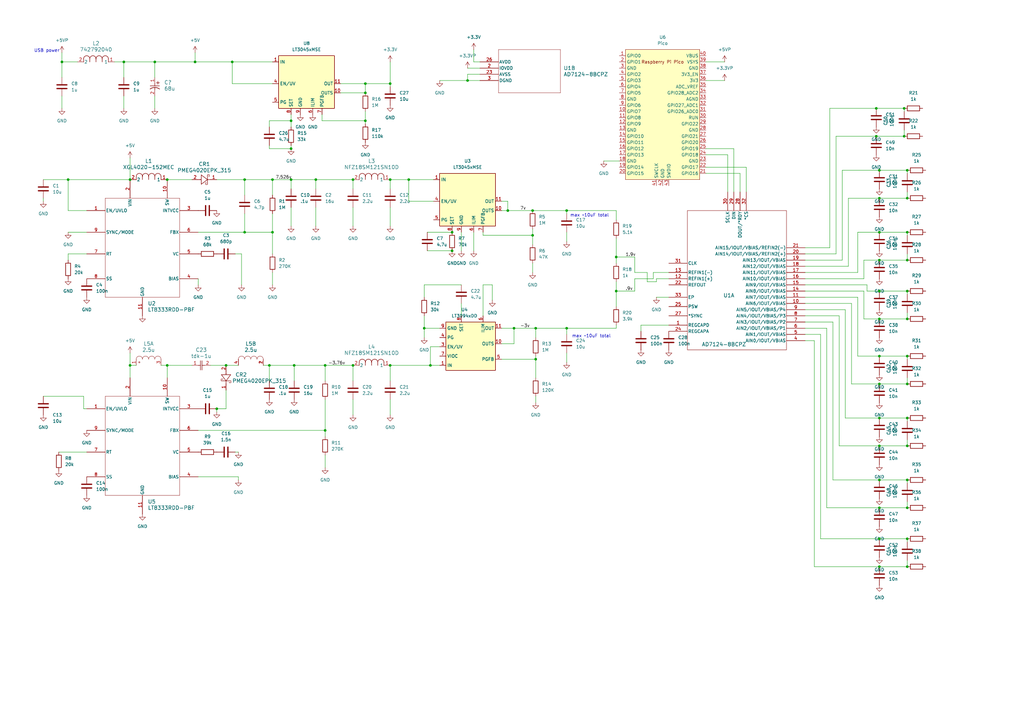
<source format=kicad_sch>
(kicad_sch (version 20231120) (generator "eeschema") (generator_version "8.0")
  (paper "A3")
  (junction (at 252.73 119.38))
  (junction (at 111.76 73.66))
  (junction (at 372.11 81.28))
  (junction (at 173.99 134.62))
  (junction (at 129.54 73.66))
  (junction (at 372.11 69.85))
  (junction (at 53.34 73.66))
  (junction (at 372.11 232.41))
  (junction (at 68.58 73.66))
  (junction (at 218.44 86.36))
  (junction (at 50.8 25.4))
  (junction (at 160.02 34.29))
  (junction (at 133.35 176.53))
  (junction (at 119.38 60.96))
  (junction (at 63.5 25.4))
  (junction (at 360.68 130.81))
  (junction (at 219.71 147.32))
  (junction (at 372.11 106.68))
  (junction (at 176.53 149.86))
  (junction (at 372.11 220.98))
  (junction (at 370.84 55.88))
  (junction (at 218.44 96.52))
  (junction (at 185.42 95.25))
  (junction (at 232.41 86.36))
  (junction (at 370.84 44.45))
  (junction (at 27.94 73.66))
  (junction (at 232.41 134.62))
  (junction (at 359.41 55.88))
  (junction (at 144.78 149.86))
  (junction (at 68.58 149.86))
  (junction (at 372.11 171.45))
  (junction (at 100.33 95.25))
  (junction (at 372.11 157.48))
  (junction (at 372.11 196.85))
  (junction (at 100.33 73.66))
  (junction (at 149.86 34.29))
  (junction (at 252.73 105.41))
  (junction (at 95.25 25.4))
  (junction (at 80.01 25.4))
  (junction (at 360.68 119.38))
  (junction (at 372.11 119.38))
  (junction (at 119.38 73.66))
  (junction (at 149.86 38.1))
  (junction (at 119.38 49.53))
  (junction (at 111.76 95.25))
  (junction (at 149.86 49.53))
  (junction (at 360.68 182.88))
  (junction (at 208.28 86.36))
  (junction (at 360.68 146.05))
  (junction (at 167.64 73.66))
  (junction (at 160.02 73.66))
  (junction (at 372.11 146.05))
  (junction (at 92.71 149.86))
  (junction (at 210.82 134.62))
  (junction (at 360.68 95.25))
  (junction (at 360.68 69.85))
  (junction (at 133.35 149.86))
  (junction (at 372.11 182.88))
  (junction (at 360.68 196.85))
  (junction (at 359.41 44.45))
  (junction (at 185.42 102.87))
  (junction (at 360.68 171.45))
  (junction (at 360.68 106.68))
  (junction (at 191.77 33.02))
  (junction (at 360.68 157.48))
  (junction (at 360.68 232.41))
  (junction (at 144.78 73.66))
  (junction (at 53.34 149.86))
  (junction (at 372.11 130.81))
  (junction (at 360.68 208.28))
  (junction (at 88.9 167.64))
  (junction (at 360.68 81.28))
  (junction (at 120.65 149.86))
  (junction (at 110.49 149.86))
  (junction (at 372.11 208.28))
  (junction (at 372.11 95.25))
  (junction (at 160.02 149.86))
  (junction (at 25.4 25.4))
  (junction (at 360.68 220.98))
  (junction (at 219.71 134.62))
  (wire (pts (xy 53.34 149.86) (xy 53.34 154.94)))
  (wire (pts (xy 119.38 59.69) (xy 119.38 60.96)))
  (wire (pts (xy 372.11 172.72) (xy 372.11 171.45)))
  (wire (pts (xy 218.44 96.52) (xy 218.44 100.33)))
  (wire (pts (xy 269.24 115.57) (xy 269.24 114.3)))
  (wire (pts (xy 120.65 149.86) (xy 120.65 156.21)))
  (wire (pts (xy 198.12 129.54) (xy 198.12 116.84)))
  (wire (pts (xy 100.33 73.66) (xy 111.76 73.66)))
  (wire (pts (xy 351.79 146.05) (xy 351.79 121.92)))
  (wire (pts (xy 355.6 119.38) (xy 355.6 116.84)))
  (wire (pts (xy 360.68 157.48) (xy 372.11 157.48)))
  (wire (pts (xy 50.8 25.4) (xy 63.5 25.4)))
  (wire (pts (xy 260.35 111.76) (xy 260.35 105.41)))
  (wire (pts (xy 340.36 44.45) (xy 340.36 101.6)))
  (wire (pts (xy 198.12 95.25) (xy 198.12 96.52)))
  (wire (pts (xy 354.33 114.3) (xy 330.2 114.3)))
  (wire (pts (xy 205.74 86.36) (xy 208.28 86.36)))
  (wire (pts (xy 330.2 116.84) (xy 355.6 116.84)))
  (wire (pts (xy 99.06 104.14) (xy 99.06 116.84)))
  (wire (pts (xy 360.68 106.68) (xy 372.11 106.68)))
  (wire (pts (xy 334.01 232.41) (xy 360.68 232.41)))
  (wire (pts (xy 330.2 132.08) (xy 341.63 132.08)))
  (wire (pts (xy 334.01 139.7) (xy 334.01 232.41)))
  (wire (pts (xy 46.99 25.4) (xy 50.8 25.4)))
  (wire (pts (xy 354.33 119.38) (xy 330.2 119.38)))
  (wire (pts (xy 330.2 121.92) (xy 351.79 121.92)))
  (wire (pts (xy 111.76 95.25) (xy 111.76 104.14)))
  (wire (pts (xy 160.02 149.86) (xy 176.53 149.86)))
  (wire (pts (xy 218.44 107.95) (xy 218.44 111.76)))
  (wire (pts (xy 133.35 176.53) (xy 133.35 179.07)))
  (wire (pts (xy 218.44 96.52) (xy 198.12 96.52)))
  (wire (pts (xy 260.35 105.41) (xy 252.73 105.41)))
  (wire (pts (xy 68.58 73.66) (xy 78.74 73.66)))
  (wire (pts (xy 24.13 185.42) (xy 35.56 185.42)))
  (wire (pts (xy 205.74 82.55) (xy 208.28 82.55)))
  (wire (pts (xy 359.41 55.88) (xy 370.84 55.88)))
  (wire (pts (xy 175.26 95.25) (xy 185.42 95.25)))
  (wire (pts (xy 97.79 195.58) (xy 97.79 196.85)))
  (wire (pts (xy 173.99 116.84) (xy 173.99 121.92)))
  (wire (pts (xy 177.8 82.55) (xy 167.64 82.55)))
  (wire (pts (xy 149.86 49.53) (xy 149.86 50.8)))
  (wire (pts (xy 262.89 133.35) (xy 274.32 133.35)))
  (wire (pts (xy 351.79 95.25) (xy 351.79 111.76)))
  (wire (pts (xy 180.34 142.24) (xy 176.53 142.24)))
  (wire (pts (xy 330.2 137.16) (xy 336.55 137.16)))
  (wire (pts (xy 96.52 185.42) (xy 97.79 185.42)))
  (wire (pts (xy 330.2 127) (xy 346.71 127)))
  (wire (pts (xy 111.76 73.66) (xy 111.76 80.01)))
  (wire (pts (xy 372.11 198.12) (xy 372.11 196.85)))
  (wire (pts (xy 25.4 21.59) (xy 25.4 25.4)))
  (wire (pts (xy 144.78 85.09) (xy 144.78 92.71)))
  (wire (pts (xy 330.2 111.76) (xy 351.79 111.76)))
  (wire (pts (xy 111.76 34.29) (xy 95.25 34.29)))
  (wire (pts (xy 354.33 130.81) (xy 354.33 119.38)))
  (wire (pts (xy 372.11 205.74) (xy 372.11 208.28)))
  (wire (pts (xy 372.11 96.52) (xy 372.11 95.25)))
  (wire (pts (xy 205.74 134.62) (xy 210.82 134.62)))
  (wire (pts (xy 360.68 146.05) (xy 372.11 146.05)))
  (wire (pts (xy 88.9 167.64) (xy 88.9 168.91)))
  (wire (pts (xy 345.44 106.68) (xy 330.2 106.68)))
  (wire (pts (xy 175.26 102.87) (xy 185.42 102.87)))
  (wire (pts (xy 370.84 53.34) (xy 370.84 55.88)))
  (wire (pts (xy 360.68 171.45) (xy 372.11 171.45)))
  (wire (pts (xy 160.02 73.66) (xy 167.64 73.66)))
  (wire (pts (xy 232.41 86.36) (xy 252.73 86.36)))
  (wire (pts (xy 372.11 180.34) (xy 372.11 182.88)))
  (wire (pts (xy 111.76 116.84) (xy 111.76 111.76)))
  (wire (pts (xy 53.34 144.78) (xy 53.34 149.86)))
  (wire (pts (xy 252.73 115.57) (xy 252.73 119.38)))
  (wire (pts (xy 119.38 49.53) (xy 119.38 52.07)))
  (wire (pts (xy 119.38 60.96) (xy 110.49 60.96)))
  (wire (pts (xy 119.38 85.09) (xy 119.38 92.71)))
  (wire (pts (xy 289.56 25.4) (xy 297.18 25.4)))
  (wire (pts (xy 289.56 68.58) (xy 306.07 68.58)))
  (wire (pts (xy 330.2 134.62) (xy 339.09 134.62)))
  (wire (pts (xy 360.68 119.38) (xy 372.11 119.38)))
  (wire (pts (xy 252.73 97.79) (xy 252.73 105.41)))
  (wire (pts (xy 100.33 95.25) (xy 111.76 95.25)))
  (wire (pts (xy 132.08 49.53) (xy 149.86 49.53)))
  (wire (pts (xy 17.78 81.28) (xy 17.78 82.55)))
  (wire (pts (xy 219.71 162.56) (xy 219.71 165.1)))
  (wire (pts (xy 359.41 44.45) (xy 370.84 44.45)))
  (wire (pts (xy 120.65 149.86) (xy 133.35 149.86)))
  (wire (pts (xy 339.09 208.28) (xy 339.09 134.62)))
  (wire (pts (xy 63.5 25.4) (xy 80.01 25.4)))
  (wire (pts (xy 119.38 73.66) (xy 129.54 73.66)))
  (wire (pts (xy 349.25 157.48) (xy 360.68 157.48)))
  (wire (pts (xy 198.12 116.84) (xy 201.93 116.84)))
  (wire (pts (xy 344.17 182.88) (xy 360.68 182.88)))
  (wire (pts (xy 160.02 163.83) (xy 160.02 170.18)))
  (wire (pts (xy 160.02 85.09) (xy 160.02 92.71)))
  (wire (pts (xy 139.7 34.29) (xy 149.86 34.29)))
  (wire (pts (xy 340.36 101.6) (xy 330.2 101.6)))
  (wire (pts (xy 345.44 69.85) (xy 345.44 106.68)))
  (wire (pts (xy 191.77 33.02) (xy 196.85 33.02)))
  (wire (pts (xy 208.28 86.36) (xy 218.44 86.36)))
  (wire (pts (xy 149.86 34.29) (xy 149.86 38.1)))
  (wire (pts (xy 34.29 167.64) (xy 35.56 167.64)))
  (wire (pts (xy 372.11 147.32) (xy 372.11 146.05)))
  (wire (pts (xy 360.68 69.85) (xy 372.11 69.85)))
  (wire (pts (xy 303.53 71.12) (xy 303.53 78.74)))
  (wire (pts (xy 360.68 220.98) (xy 372.11 220.98)))
  (wire (pts (xy 110.49 49.53) (xy 110.49 52.07)))
  (wire (pts (xy 160.02 149.86) (xy 160.02 156.21)))
  (wire (pts (xy 205.74 147.32) (xy 219.71 147.32)))
  (wire (pts (xy 68.58 149.86) (xy 68.58 154.94)))
  (wire (pts (xy 92.71 149.86) (xy 86.36 149.86)))
  (wire (pts (xy 139.7 38.1) (xy 149.86 38.1)))
  (wire (pts (xy 260.35 119.38) (xy 260.35 114.3)))
  (wire (pts (xy 173.99 134.62) (xy 173.99 138.43)))
  (wire (pts (xy 25.4 25.4) (xy 31.75 25.4)))
  (wire (pts (xy 298.45 63.5) (xy 298.45 78.74)))
  (wire (pts (xy 351.79 146.05) (xy 360.68 146.05)))
  (wire (pts (xy 289.56 63.5) (xy 298.45 63.5)))
  (wire (pts (xy 267.97 114.3) (xy 267.97 111.76)))
  (wire (pts (xy 247.65 66.04) (xy 254 66.04)))
  (wire (pts (xy 110.49 149.86) (xy 120.65 149.86)))
  (wire (pts (xy 354.33 106.68) (xy 354.33 114.3)))
  (wire (pts (xy 341.63 196.85) (xy 360.68 196.85)))
  (wire (pts (xy 252.73 105.41) (xy 252.73 107.95)))
  (wire (pts (xy 180.34 33.02) (xy 191.77 33.02)))
  (wire (pts (xy 347.98 81.28) (xy 360.68 81.28)))
  (wire (pts (xy 210.82 140.97) (xy 210.82 134.62)))
  (wire (pts (xy 129.54 73.66) (xy 129.54 77.47)))
  (wire (pts (xy 132.08 46.99) (xy 132.08 49.53)))
  (wire (pts (xy 111.76 87.63) (xy 111.76 95.25)))
  (wire (pts (xy 176.53 149.86) (xy 180.34 149.86)))
  (wire (pts (xy 81.28 176.53) (xy 133.35 176.53)))
  (wire (pts (xy 149.86 45.72) (xy 149.86 49.53)))
  (wire (pts (xy 194.31 20.32) (xy 194.31 25.4)))
  (wire (pts (xy 160.02 34.29) (xy 149.86 34.29)))
  (wire (pts (xy 289.56 71.12) (xy 303.53 71.12)))
  (wire (pts (xy 265.43 115.57) (xy 269.24 115.57)))
  (wire (pts (xy 80.01 21.59) (xy 80.01 25.4)))
  (wire (pts (xy 110.49 156.21) (xy 110.49 149.86)))
  (wire (pts (xy 300.99 60.96) (xy 300.99 78.74)))
  (wire (pts (xy 330.2 139.7) (xy 334.01 139.7)))
  (wire (pts (xy 160.02 73.66) (xy 160.02 77.47)))
  (wire (pts (xy 53.34 149.86) (xy 55.88 149.86)))
  (wire (pts (xy 81.28 195.58) (xy 97.79 195.58)))
  (wire (pts (xy 27.94 95.25) (xy 35.56 95.25)))
  (wire (pts (xy 167.64 73.66) (xy 177.8 73.66)))
  (wire (pts (xy 27.94 106.68) (xy 27.94 104.14)))
  (wire (pts (xy 345.44 69.85) (xy 360.68 69.85)))
  (wire (pts (xy 232.41 134.62) (xy 232.41 137.16)))
  (wire (pts (xy 372.11 71.12) (xy 372.11 69.85)))
  (wire (pts (xy 252.73 133.35) (xy 252.73 134.62)))
  (wire (pts (xy 95.25 25.4) (xy 111.76 25.4)))
  (wire (pts (xy 306.07 68.58) (xy 306.07 78.74)))
  (wire (pts (xy 80.01 25.4) (xy 95.25 25.4)))
  (wire (pts (xy 100.33 87.63) (xy 100.33 95.25)))
  (wire (pts (xy 260.35 114.3) (xy 267.97 114.3)))
  (wire (pts (xy 252.73 119.38) (xy 252.73 125.73)))
  (wire (pts (xy 232.41 87.63) (xy 232.41 86.36)))
  (wire (pts (xy 252.73 134.62) (xy 232.41 134.62)))
  (wire (pts (xy 144.78 149.86) (xy 144.78 156.21)))
  (wire (pts (xy 88.9 73.66) (xy 100.33 73.66)))
  (wire (pts (xy 160.02 35.56) (xy 160.02 34.29)))
  (wire (pts (xy 27.94 86.36) (xy 27.94 73.66)))
  (wire (pts (xy 346.71 171.45) (xy 346.71 127)))
  (wire (pts (xy 232.41 99.06) (xy 232.41 95.25)))
  (wire (pts (xy 372.11 229.87) (xy 372.11 232.41)))
  (wire (pts (xy 119.38 46.99) (xy 119.38 49.53)))
  (wire (pts (xy 360.68 95.25) (xy 372.11 95.25)))
  (wire (pts (xy 252.73 90.17) (xy 252.73 86.36)))
  (wire (pts (xy 340.36 44.45) (xy 359.41 44.45)))
  (wire (pts (xy 267.97 111.76) (xy 274.32 111.76)))
  (wire (pts (xy 63.5 31.75) (xy 63.5 25.4)))
  (wire (pts (xy 191.77 30.48) (xy 191.77 33.02)))
  (wire (pts (xy 92.71 149.86) (xy 97.79 149.86)))
  (wire (pts (xy 219.71 146.05) (xy 219.71 147.32)))
  (wire (pts (xy 354.33 106.68) (xy 360.68 106.68)))
  (wire (pts (xy 133.35 163.83) (xy 133.35 176.53)))
  (wire (pts (xy 347.98 81.28) (xy 347.98 109.22)))
  (wire (pts (xy 372.11 128.27) (xy 372.11 130.81)))
  (wire (pts (xy 133.35 149.86) (xy 144.78 149.86)))
  (wire (pts (xy 219.71 134.62) (xy 219.71 138.43)))
  (wire (pts (xy 176.53 142.24) (xy 176.53 149.86)))
  (wire (pts (xy 372.11 120.65) (xy 372.11 119.38)))
  (wire (pts (xy 189.23 95.25) (xy 189.23 102.87)))
  (wire (pts (xy 53.34 64.77) (xy 53.34 73.66)))
  (wire (pts (xy 173.99 129.54) (xy 173.99 134.62)))
  (wire (pts (xy 370.84 45.72) (xy 370.84 44.45)))
  (wire (pts (xy 232.41 134.62) (xy 219.71 134.62)))
  (wire (pts (xy 35.56 86.36) (xy 27.94 86.36)))
  (wire (pts (xy 95.25 34.29) (xy 95.25 25.4)))
  (wire (pts (xy 219.71 147.32) (xy 219.71 154.94)))
  (wire (pts (xy 180.34 134.62) (xy 173.99 134.62)))
  (wire (pts (xy 372.11 222.25) (xy 372.11 220.98)))
  (wire (pts (xy 342.9 104.14) (xy 330.2 104.14)))
  (wire (pts (xy 160.02 25.4) (xy 160.02 34.29)))
  (wire (pts (xy 218.44 93.98) (xy 218.44 96.52)))
  (wire (pts (xy 360.68 196.85) (xy 372.11 196.85)))
  (wire (pts (xy 372.11 104.14) (xy 372.11 106.68)))
  (wire (pts (xy 167.64 82.55) (xy 167.64 73.66)))
  (wire (pts (xy 92.71 160.02) (xy 92.71 167.64)))
  (wire (pts (xy 372.11 78.74) (xy 372.11 81.28)))
  (wire (pts (xy 355.6 119.38) (xy 360.68 119.38)))
  (wire (pts (xy 107.95 149.86) (xy 110.49 149.86)))
  (wire (pts (xy 269.24 121.92) (xy 274.32 121.92)))
  (wire (pts (xy 205.74 140.97) (xy 210.82 140.97)))
  (wire (pts (xy 349.25 157.48) (xy 349.25 124.46)))
  (wire (pts (xy 344.17 182.88) (xy 344.17 129.54)))
  (wire (pts (xy 92.71 167.64) (xy 88.9 167.64)))
  (wire (pts (xy 17.78 73.66) (xy 27.94 73.66)))
  (wire (pts (xy 25.4 39.37) (xy 25.4 44.45)))
  (wire (pts (xy 265.43 111.76) (xy 265.43 115.57)))
  (wire (pts (xy 330.2 124.46) (xy 349.25 124.46)))
  (wire (pts (xy 336.55 220.98) (xy 360.68 220.98)))
  (wire (pts (xy 78.74 149.86) (xy 68.58 149.86)))
  (wire (pts (xy 347.98 109.22) (xy 330.2 109.22)))
  (wire (pts (xy 341.63 196.85) (xy 341.63 132.08)))
  (wire (pts (xy 208.28 86.36) (xy 208.28 82.55)))
  (wire (pts (xy 196.85 30.48) (xy 191.77 30.48)))
  (wire (pts (xy 336.55 220.98) (xy 336.55 137.16)))
  (wire (pts (xy 50.8 25.4) (xy 50.8 31.75)))
  (wire (pts (xy 289.56 33.02) (xy 297.18 33.02)))
  (wire (pts (xy 232.41 148.59) (xy 232.41 144.78)))
  (wire (pts (xy 100.33 73.66) (xy 100.33 80.01)))
  (wire (pts (xy 360.68 232.41) (xy 372.11 232.41)))
  (wire (pts (xy 354.33 130.81) (xy 360.68 130.81)))
  (wire (pts (xy 342.9 55.88) (xy 342.9 104.14)))
  (wire (pts (xy 119.38 73.66) (xy 119.38 77.47)))
  (wire (pts (xy 194.31 95.25) (xy 194.31 102.87)))
  (wire (pts (xy 27.94 73.66) (xy 53.34 73.66)))
  (wire (pts (xy 173.99 116.84) (xy 189.23 116.84)))
  (wire (pts (xy 339.09 208.28) (xy 360.68 208.28)))
  (wire (pts (xy 63.5 39.37) (xy 63.5 44.45)))
  (wire (pts (xy 196.85 27.94) (xy 191.77 27.94)))
  (wire (pts (xy 360.68 81.28) (xy 372.11 81.28)))
  (wire (pts (xy 34.29 167.64) (xy 34.29 162.56)))
  (wire (pts (xy 81.28 116.84) (xy 81.28 114.3)))
  (wire (pts (xy 260.35 111.76) (xy 265.43 111.76)))
  (wire (pts (xy 372.11 154.94) (xy 372.11 157.48)))
  (wire (pts (xy 194.31 25.4) (xy 196.85 25.4)))
  (wire (pts (xy 346.71 171.45) (xy 360.68 171.45)))
  (wire (pts (xy 360.68 182.88) (xy 372.11 182.88)))
  (wire (pts (xy 360.68 208.28) (xy 372.11 208.28)))
  (wire (pts (xy 252.73 119.38) (xy 260.35 119.38)))
  (wire (pts (xy 25.4 31.75) (xy 25.4 25.4)))
  (wire (pts (xy 330.2 129.54) (xy 344.17 129.54)))
  (wire (pts (xy 129.54 85.09) (xy 129.54 92.71)))
  (wire (pts (xy 81.28 95.25) (xy 100.33 95.25)))
  (wire (pts (xy 210.82 134.62) (xy 219.71 134.62)))
  (wire (pts (xy 34.29 162.56) (xy 17.78 162.56)))
  (wire (pts (xy 201.93 116.84) (xy 201.93 123.19)))
  (wire (pts (xy 133.35 186.69) (xy 133.35 191.77)))
  (wire (pts (xy 342.9 55.88) (xy 359.41 55.88)))
  (wire (pts (xy 27.94 104.14) (xy 35.56 104.14)))
  (wire (pts (xy 189.23 124.46) (xy 189.23 129.54)))
  (wire (pts (xy 50.8 39.37) (xy 50.8 44.45)))
  (wire (pts (xy 232.41 86.36) (xy 218.44 86.36)))
  (wire (pts (xy 99.06 104.14) (xy 96.52 104.14)))
  (wire (pts (xy 111.76 73.66) (xy 119.38 73.66)))
  (wire (pts (xy 144.78 163.83) (xy 144.78 170.18)))
  (wire (pts (xy 262.89 133.35) (xy 262.89 135.89)))
  (wire (pts (xy 133.35 149.86) (xy 133.35 156.21)))
  (wire (pts (xy 269.24 114.3) (xy 274.32 114.3)))
  (wire (pts (xy 110.49 59.69) (xy 110.49 60.96)))
  (wire (pts (xy 110.49 49.53) (xy 119.38 49.53)))
  (wire (pts (xy 360.68 130.81) (xy 372.11 130.81)))
  (wire (pts (xy 129.54 73.66) (xy 144.78 73.66)))
  (wire (pts (xy 289.56 60.96) (xy 300.99 60.96)))
  (wire (pts (xy 66.04 149.86) (xy 68.58 149.86)))
  (wire (pts (xy 351.79 95.25) (xy 360.68 95.25)))
  (wire (pts (xy 144.78 73.66) (xy 144.78 77.47)))
  (text "max ~10uF total" (at 241.808 88.392 0) (effects (font (size 1.27 1.27))))
  (text "USB power" (at 13.97 21.59 0) (effects (font (size 1.27 1.27)) (justify left bottom)))
  (text "max ~10uF total" (at 242.57 137.922 0) (effects (font (size 1.27 1.27))))
  (label "-3.76v" (at 134.62 149.86 0))
  (label ".9v" (at 256.54 119.38 0))
  (label "1.9v" (at 256.54 105.41 0))
  (label "7v" (at 213.36 86.36 0))
  (label "-3v" (at 213.36 134.62 0))
  (label "7.526v" (at 113.03 73.66 0))
  (symbol (lib_id "Device:C") (at 360.68 161.29 180) (unit 1)
    (property "Reference" "C41" (at 364.49 160.0199 0) (effects (justify right)))
    (property "Value" "10n" (at 364.49 162.5599 0) (effects (justify right)))
    (property "Description" "Unpolarized capacitor" (effects (hide yes)))
  )
  (symbol (lib_id "Device:C") (at 360.68 236.22 180) (unit 1)
    (property "Reference" "C53" (at 364.49 234.9499 0) (effects (justify right)))
    (property "Value" "10n" (at 364.49 237.4899 0) (effects (justify right)))
    (property "Description" "Unpolarized capacitor" (effects (hide yes)))
  )
  (symbol (lib_name "AD7124-8BCPZ_1") (lib_id "ad7124:AD7124-8BCPZ") (at 330.2 137.16 180) (unit 1)
    (property "Reference" "U1" (at 298.958 121.158 0) (effects (font (size 1.524 1.524))))
    (property "Value" "AD7124-8BCPZ" (at 296.926 141.224 0) (effects (font (size 1.524 1.524))))
    (property "Footprint" "CP_32_12_ADI" (effects (hide yes)))
    (property "Datasheet" "AD7124-8BCPZ" (effects (hide yes)))
    (property "Description" "AD7124" (effects (hide yes)))
  )
  (symbol (lib_name "GND_10") (lib_id "power:GND") (at 360.68 228.6 0) (unit 1)
    (property "Reference" "#PWR071" (effects (hide yes)))
    (property "Value" "GND" (at 360.68 233.68 0))
    (property "Description" "Power symbol creates a global label with name \"GND\" , ground" (effects (hide yes)))
  )
  (symbol (lib_name "GND_10") (lib_id "power:GND") (at 360.68 165.1 0) (unit 1)
    (property "Reference" "#PWR066" (effects (hide yes)))
    (property "Value" "GND" (at 360.68 170.18 0))
    (property "Description" "Power symbol creates a global label with name \"GND\" , ground" (effects (hide yes)))
  )
  (symbol (lib_id "power:GND") (at 35.56 203.2 0) (unit 1)
    (property "Reference" "#PWR027" (effects (hide yes)))
    (property "Value" "GND" (at 35.56 208.28 0))
  )
  (symbol (lib_id "Device:R") (at 252.73 93.98 0) (unit 1)
    (property "Reference" "R19" (at 255.27 92.7099 0) (effects (justify left)))
    (property "Value" "5.1k" (at 255.27 95.2499 0) (effects (justify left)))
    (property "Description" "Resistor" (effects (hide yes)))
  )
  (symbol (lib_id "Device:R") (at 218.44 104.14 0) (unit 1)
    (property "Reference" "R6" (at 220.98 102.87 0) (effects (justify left)))
    (property "Value" "47K" (at 220.98 105.41 0) (effects (justify left)))
  )
  (symbol (lib_id "Device:C") (at 359.41 59.69 180) (unit 1)
    (property "Reference" "C49" (at 363.22 58.4199 0) (effects (justify right)))
    (property "Value" "10n" (at 363.22 60.9599 0) (effects (justify right)))
    (property "Description" "Unpolarized capacitor" (effects (hide yes)))
  )
  (symbol (lib_id "Device:R") (at 374.65 44.45 90) (unit 1)
    (property "Reference" "R21" (at 374.65 38.1 90))
    (property "Value" "1k" (at 374.65 40.64 90))
    (property "Description" "Resistor" (effects (hide yes)))
  )
  (symbol (lib_id "Device:Crystal") (at 511.81 229.87 0) (unit 1)
    (property "Reference" "Y1" (at 511.81 222.25 0))
    (property "Value" "Crystal" (at 511.81 224.79 0))
  )
  (symbol (lib_id "Device:C") (at 144.78 81.28 0) (unit 1)
    (property "Reference" "C11" (at 148.59 80.01 0) (effects (justify left)))
    (property "Value" "2.2u" (at 148.59 82.55 0) (effects (justify left)))
  )
  (symbol (lib_name "GND_5") (lib_id "power:GND") (at 123.19 46.99 0) (unit 1)
    (property "Reference" "#PWR046" (effects (hide yes)))
    (property "Value" "GND" (at 123.19 52.07 0))
    (property "Description" "Power symbol creates a global label with name \"GND\" , ground" (effects (hide yes)))
  )
  (symbol (lib_id "Device:R") (at 375.92 208.28 90) (unit 1)
    (property "Reference" "R36" (at 375.92 201.93 90))
    (property "Value" "1k" (at 375.92 204.47 90))
    (property "Description" "Resistor" (effects (hide yes)))
  )
  (symbol (lib_id "Device:R") (at 375.92 81.28 90) (unit 1)
    (property "Reference" "R26" (at 375.92 74.93 90))
    (property "Value" "1k" (at 375.92 77.47 90))
    (property "Description" "Resistor" (effects (hide yes)))
  )
  (symbol (lib_id "MurataNFZ18SM121SN10D:NFZ18SM121SN10D") (at 144.78 73.66 0) (unit 1)
    (property "Reference" "L3" (at 152.4 66.04 0) (effects (font (size 1.524 1.524))))
    (property "Value" "NFZ18SM121SN10D" (at 152.4 68.58 0) (effects (font (size 1.524 1.524))))
    (property "Footprint" "IND_NFZ18SM121SN10D_MUR" (effects (hide yes)))
    (property "Datasheet" "NFZ18SM121SN10D" (effects (hide yes)))
  )
  (symbol (lib_id "Regulator3045:LT3045xMSE") (at 127 27.94 0) (unit 1)
    (property "Reference" "U8" (at 125.73 17.78 0))
    (property "Value" "LT3045xMSE" (at 125.73 20.32 0))
    (property "Footprint" "Package_SO:MSOP-12-1EP_3x4mm_P0.65mm_EP1.65x2.85mm" (effects (hide yes)))
    (property "Datasheet" "https://www.analog.com/media/en/technical-documentation/data-sheets/3045fa.pdf" (effects (hide yes)))
    (property "Description" "500mA, Adjustable, Ultralow Noise, Ultrahigh PSRR Linear Regulator, MSOP-12" (effects (hide yes)))
  )
  (symbol (lib_id "Device:R") (at 24.13 189.23 0) (unit 1)
    (property "Reference" "R8" (at 26.67 187.96 0) (effects (justify left)))
    (property "Value" "20k" (at 26.67 190.5 0) (effects (justify left)))
  )
  (symbol (lib_name "GND_4") (lib_id "power:GND") (at 119.38 60.96 0) (unit 1)
    (property "Reference" "#PWR045" (effects (hide yes)))
    (property "Value" "GND" (at 119.38 66.04 0))
    (property "Description" "Power symbol creates a global label with name \"GND\" , ground" (effects (hide yes)))
  )
  (symbol (lib_id "Device:C") (at 360.68 200.66 0) (unit 1)
    (property "Reference" "C46" (at 364.49 199.3899 0) (effects (justify left)))
    (property "Value" "10n" (at 364.49 201.9299 0) (effects (justify left)))
    (property "Description" "Unpolarized capacitor" (effects (hide yes)))
  )
  (symbol (lib_id "Device:C") (at 360.68 175.26 0) (unit 1)
    (property "Reference" "C43" (at 364.49 173.9899 0) (effects (justify left)))
    (property "Value" "10n" (at 364.49 176.5299 0) (effects (justify left)))
    (property "Description" "Unpolarized capacitor" (effects (hide yes)))
  )
  (symbol (lib_id "power:GND") (at 194.31 102.87 0) (unit 1)
    (property "Reference" "#PWR018" (effects (hide yes)))
    (property "Value" "GND" (at 194.31 107.95 0))
  )
  (symbol (lib_id "power:GND") (at 133.35 191.77 0) (unit 1)
    (property "Reference" "#PWR037" (effects (hide yes)))
    (property "Value" "GND" (at 133.35 196.85 0))
  )
  (symbol (lib_id "Device:C") (at 372.11 100.33 180) (unit 1)
    (property "Reference" "C36" (at 364.49 100.33 90))
    (property "Value" "100n" (at 367.03 100.33 90))
    (property "Description" "Unpolarized capacitor" (effects (hide yes)))
  )
  (symbol (lib_id "Device:C") (at 35.56 199.39 0) (unit 1)
    (property "Reference" "C14" (at 39.37 198.12 0) (effects (justify left)))
    (property "Value" "100n" (at 39.37 200.66 0) (effects (justify left)))
  )
  (symbol (lib_id "Device:R") (at 85.09 104.14 90) (unit 1)
    (property "Reference" "R3" (at 85.09 97.79 90))
    (property "Value" "68k" (at 85.09 100.33 90))
    (property "Footprint" "Resistor_SMD:R_0603_1608Metric" (effects (hide yes)))
  )
  (symbol (lib_id "TDK-1u50vcer:CGJ4J3X7R1H105K125AB") (at 78.74 149.86 0) (unit 1)
    (property "Reference" "C23" (at 82.55 143.51 0) (effects (font (size 1.524 1.524))))
    (property "Value" "tdk-1u" (at 82.55 146.05 0) (effects (font (size 1.524 1.524))))
    (property "Footprint" "CAP_2012_TDK" (effects (hide yes)))
    (property "Datasheet" "CGJ4J3X7R1H105K125AB" (effects (hide yes)))
  )
  (symbol (lib_id "power:GND") (at 24.13 193.04 0) (unit 1)
    (property "Reference" "#PWR028" (effects (hide yes)))
    (property "Value" "GND" (at 24.13 198.12 0))
  )
  (symbol (lib_id "Device:R") (at 374.65 55.88 90) (unit 1)
    (property "Reference" "R22" (at 374.65 49.53 90))
    (property "Value" "1k" (at 374.65 52.07 90))
    (property "Description" "Resistor" (effects (hide yes)))
  )
  (symbol (lib_id "Device:C") (at 144.78 160.02 180) (unit 1)
    (property "Reference" "C20" (at 148.59 158.75 0) (effects (justify right)))
    (property "Value" "2.2u" (at 148.59 161.29 0) (effects (justify right)))
  )
  (symbol (lib_id "power:GND") (at 97.79 185.42 0) (unit 1)
    (property "Reference" "#PWR041" (effects (hide yes)))
    (property "Value" "GND" (at 97.79 190.5 0))
  )
  (symbol (lib_name "GND_10") (lib_id "power:GND") (at 360.68 138.43 0) (unit 1)
    (property "Reference" "#PWR064" (effects (hide yes)))
    (property "Value" "GND" (at 360.68 143.51 0))
    (property "Description" "Power symbol creates a global label with name \"GND\" , ground" (effects (hide yes)))
  )
  (symbol (lib_id "power:GND") (at 88.9 86.36 0) (unit 1)
    (property "Reference" "#PWR010" (effects (hide yes)))
    (property "Value" "GND" (at 88.9 91.44 0))
  )
  (symbol (lib_id "power:GND") (at 173.99 138.43 0) (unit 1)
    (property "Reference" "#PWR035" (effects (hide yes)))
    (property "Value" "GND" (at 173.99 143.51 0))
  )
  (symbol (lib_id "Device:C") (at 372.11 201.93 180) (unit 1)
    (property "Reference" "C48" (at 364.49 201.93 90))
    (property "Value" "100n" (at 367.03 201.93 90))
    (property "Description" "Unpolarized capacitor" (effects (hide yes)))
  )
  (symbol (lib_name "GND_10") (lib_id "power:GND") (at 360.68 127 0) (unit 1)
    (property "Reference" "#PWR063" (effects (hide yes)))
    (property "Value" "GND" (at 360.68 132.08 0))
    (property "Description" "Power symbol creates a global label with name \"GND\" , ground" (effects (hide yes)))
  )
  (symbol (lib_id "Regulator3045:LT3045xMSE") (at 193.04 76.2 0) (unit 1)
    (property "Reference" "U3" (at 191.77 66.04 0))
    (property "Value" "LT3045xMSE" (at 191.77 68.58 0))
    (property "Footprint" "Package_SO:MSOP-12-1EP_3x4mm_P0.65mm_EP1.65x2.85mm" (effects (hide yes)))
    (property "Datasheet" "https://www.analog.com/media/en/technical-documentation/data-sheets/3045fa.pdf" (effects (hide yes)))
  )
  (symbol (lib_id "Device:R") (at 218.44 90.17 0) (unit 1)
    (property "Reference" "R5" (at 220.98 88.9 0) (effects (justify left)))
    (property "Value" "1M" (at 220.98 91.44 0) (effects (justify left)))
  )
  (symbol (lib_name "GND_1") (lib_id "power:GND") (at 232.41 148.59 0) (unit 1)
    (property "Reference" "#PWR03" (effects (hide yes)))
    (property "Value" "GND" (at 232.41 153.67 0))
    (property "Description" "Power symbol creates a global label with name \"GND\" , ground" (effects (hide yes)))
  )
  (symbol (lib_id "Coilcraft msd7342-252mlb:MSD7342-252MLB") (at 102.87 147.32 270) (mirror x) (unit 2)
    (property "Reference" "L5" (at 102.87 140.97 90) (effects (font (size 1.524 1.524))))
    (property "Value" "2.5u" (at 102.87 143.51 90) (effects (font (size 1.524 1.524))))
    (property "Footprint" "Coilcraft_MSD7342:IC4_MSD7342-252MLB_COC" (effects (hide yes)))
    (property "Datasheet" "https://www.coilcraft.com/getmedia/bd00e7ca-3707-4fbb-84fc-c9b381ce0e78/msd7342.pdf" (effects (hide yes)))
    (property "Description" "MSD7342-252MSD" (effects (hide yes)))
  )
  (symbol (lib_name "GND_2") (lib_id "power:GND") (at 232.41 99.06 0) (unit 1)
    (property "Reference" "#PWR042" (effects (hide yes)))
    (property "Value" "GND" (at 232.41 104.14 0))
    (property "Description" "Power symbol creates a global label with name \"GND\" , ground" (effects (hide yes)))
  )
  (symbol (lib_id "Device:R") (at 111.76 107.95 0) (unit 1)
    (property "Reference" "R2" (at 114.3 106.68 0) (effects (justify left)))
    (property "Value" "270K" (at 114.3 109.22 0) (effects (justify left)))
    (property "Footprint" "Resistor_SMD:R_0603_1608Metric" (effects (hide yes)))
  )
  (symbol (lib_id "power:+5V") (at 80.01 21.59 0) (unit 1)
    (property "Reference" "#PWR023" (effects (hide yes)))
    (property "Value" "+5V" (at 80.01 16.51 0))
  )
  (symbol (lib_id "Device:C") (at 372.11 151.13 180) (unit 1)
    (property "Reference" "C42" (at 364.49 151.13 90))
    (property "Value" "100n" (at 367.03 151.13 90))
    (property "Description" "Unpolarized capacitor" (effects (hide yes)))
  )
  (symbol (lib_id "Device:C") (at 360.68 99.06 0) (unit 1)
    (property "Reference" "C34" (at 364.49 97.7899 0) (effects (justify left)))
    (property "Value" "10n" (at 364.49 100.3299 0) (effects (justify left)))
    (property "Description" "Unpolarized capacitor" (effects (hide yes)))
  )
  (symbol (lib_id "Device:C") (at 360.68 212.09 180) (unit 1)
    (property "Reference" "C47" (at 364.49 210.8199 0) (effects (justify right)))
    (property "Value" "10n" (at 364.49 213.3599 0) (effects (justify right)))
    (property "Description" "Unpolarized capacitor" (effects (hide yes)))
  )
  (symbol (lib_id "Device:R") (at 219.71 142.24 180) (unit 1)
    (property "Reference" "R13" (at 222.25 140.97 0) (effects (justify right)))
    (property "Value" "1M" (at 222.25 143.51 0) (effects (justify right)))
  )
  (symbol (lib_id "Device:C") (at 274.32 139.7 0) (unit 1)
    (property "Reference" "C28" (at 278.13 138.4299 0) (effects (justify left)))
    (property "Value" "100n" (at 278.13 140.9699 0) (effects (justify left)))
    (property "Description" "Unpolarized capacitor" (effects (hide yes)))
  )
  (symbol (lib_id "Device:C") (at 262.89 139.7 0) (unit 1)
    (property "Reference" "C25" (at 266.7 138.4299 0) (effects (justify left)))
    (property "Value" "100n" (at 266.7 140.9699 0) (effects (justify left)))
    (property "Description" "Unpolarized capacitor" (effects (hide yes)))
  )
  (symbol (lib_id "Device:R") (at 375.92 220.98 90) (unit 1)
    (property "Reference" "R37" (at 375.92 214.63 90))
    (property "Value" "1k" (at 375.92 217.17 90))
    (property "Description" "Resistor" (effects (hide yes)))
  )
  (symbol (lib_id "power:+5V") (at 53.34 144.78 0) (unit 1)
    (property "Reference" "#PWR039" (effects (hide yes)))
    (property "Value" "+5V" (at 53.34 139.7 0))
  )
  (symbol (lib_id "Device:C") (at 25.4 35.56 0) (unit 1)
    (property "Reference" "C8" (at 29.21 34.29 0) (effects (justify left)))
    (property "Value" "1u" (at 29.21 36.83 0) (effects (justify left)))
  )
  (symbol (lib_id "power:GND") (at 50.8 44.45 0) (unit 1)
    (property "Reference" "#PWR020" (effects (hide yes)))
    (property "Value" "GND" (at 50.8 49.53 0))
  )
  (symbol (lib_name "GND_10") (lib_id "power:GND") (at 360.68 179.07 0) (unit 1)
    (property "Reference" "#PWR067" (effects (hide yes)))
    (property "Value" "GND" (at 360.68 184.15 0))
    (property "Description" "Power symbol creates a global label with name \"GND\" , ground" (effects (hide yes)))
  )
  (symbol (lib_id "power:GND") (at 185.42 102.87 0) (unit 1)
    (property "Reference" "#PWR019" (effects (hide yes)))
    (property "Value" "GND" (at 185.42 107.95 0))
  )
  (symbol (lib_name "MSD7342-252MLB_1") (lib_id "Coilcraft msd7342-252mlb:MSD7342-252MLB") (at 60.96 147.32 90) (unit 1)
    (property "Reference" "L5" (at 60.96 140.97 90) (effects (font (size 1.524 1.524))))
    (property "Value" "2.5u" (at 60.96 143.51 90) (effects (font (size 1.524 1.524))))
    (property "Footprint" "Coilcraft_MSD7342:IC4_MSD7342-252MLB_COC" (effects (hide yes)))
    (property "Datasheet" "https://www.coilcraft.com/getmedia/bd00e7ca-3707-4fbb-84fc-c9b381ce0e78/msd7342.pdf" (effects (hide yes)))
    (property "Description" "MSD7342-252MSD" (effects (hide yes)))
  )
  (symbol (lib_name "GND_6") (lib_id "power:GND") (at 128.27 46.99 0) (unit 1)
    (property "Reference" "#PWR047" (effects (hide yes)))
    (property "Value" "GND" (at 128.27 52.07 0))
    (property "Description" "Power symbol creates a global label with name \"GND\" , ground" (effects (hide yes)))
  )
  (symbol (lib_id "Device:C") (at 359.41 48.26 0) (unit 1)
    (property "Reference" "C51" (at 363.22 46.9899 0) (effects (justify left)))
    (property "Value" "10n" (at 363.22 49.5299 0) (effects (justify left)))
    (property "Description" "Unpolarized capacitor" (effects (hide yes)))
  )
  (symbol (lib_id "power:+3.3VP") (at 297.18 33.02 0) (unit 1)
    (property "Reference" "#PWR052" (effects (hide yes)))
    (property "Value" "+3.3VP" (at 297.18 27.94 0))
    (property "Description" "Power symbol creates a global label with name \"+3.3VP\"" (effects (hide yes)))
  )
  (symbol (lib_id "power:GND") (at 35.56 176.53 0) (unit 1)
    (property "Reference" "#PWR038" (effects (hide yes)))
    (property "Value" "GND" (at 35.56 181.61 0))
  )
  (symbol (lib_id "Device:R") (at 85.09 185.42 90) (unit 1)
    (property "Reference" "R9" (at 85.09 179.07 90))
    (property "Value" "39k" (at 85.09 181.61 90))
  )
  (symbol (lib_id "Device:C") (at 360.68 85.09 180) (unit 1)
    (property "Reference" "C32" (at 364.49 83.8199 0) (effects (justify right)))
    (property "Value" "10n" (at 364.49 86.3599 0) (effects (justify right)))
    (property "Description" "Unpolarized capacitor" (effects (hide yes)))
  )
  (symbol (lib_id "power:+3.3V") (at 160.02 25.4 0) (unit 1)
    (property "Reference" "#PWR050" (effects (hide yes)))
    (property "Value" "+3.3V" (at 160.02 20.32 0))
    (property "Description" "Power symbol creates a global label with name \"+3.3V\"" (effects (hide yes)))
  )
  (symbol (lib_id "power:GND") (at 58.42 129.54 0) (unit 1)
    (property "Reference" "#PWR017" (effects (hide yes)))
    (property "Value" "GND" (at 58.42 -31.75 0))
  )
  (symbol (lib_id "Device:R") (at 133.35 182.88 180) (unit 1)
    (property "Reference" "R11" (at 135.89 181.61 0) (effects (justify right)))
    (property "Value" "270K" (at 135.89 184.15 0) (effects (justify right)))
  )
  (symbol (lib_id "Device:C") (at 85.09 167.64 90) (unit 1)
    (property "Reference" "C15" (at 85.09 160.02 90))
    (property "Value" "1u" (at 85.09 162.56 90))
  )
  (symbol (lib_id "Device:C") (at 232.41 140.97 0) (unit 1)
    (property "Reference" "C24" (at 236.22 139.6999 0) (effects (justify left)))
    (property "Value" "10u" (at 236.22 142.2399 0) (effects (justify left)))
    (property "Description" "Unpolarized capacitor" (effects (hide yes)))
  )
  (symbol (lib_id "power:GND") (at 81.28 116.84 0) (unit 1)
    (property "Reference" "#PWR08" (effects (hide yes)))
    (property "Value" "GND" (at 81.28 121.92 0))
  )
  (symbol (lib_id "Device:R") (at 375.92 106.68 90) (unit 1)
    (property "Reference" "R28" (at 375.92 100.33 90))
    (property "Value" "1k" (at 375.92 102.87 90))
    (property "Description" "Resistor" (effects (hide yes)))
  )
  (symbol (lib_name "GND_11") (lib_id "power:GND") (at 269.24 121.92 0) (unit 1)
    (property "Reference" "#PWR057" (effects (hide yes)))
    (property "Value" "GND" (at 269.24 127 0))
    (property "Description" "Power symbol creates a global label with name \"GND\" , ground" (effects (hide yes)))
  )
  (symbol (lib_id "2024-04-23_15-07-48:742792040") (at 31.75 25.4 0) (unit 1)
    (property "Reference" "L2" (at 39.37 17.78 0) (effects (font (size 1.524 1.524))))
    (property "Value" "742792040" (at 39.37 20.32 0) (effects (font (size 1.524 1.524))))
    (property "Footprint" "IND_742792040_WRE" (effects (hide yes)))
    (property "Datasheet" "742792040" (effects (hide yes)))
  )
  (symbol (lib_id "Device:C") (at 100.33 83.82 0) (unit 1)
    (property "Reference" "C6" (at 104.14 82.55 0) (effects (justify left)))
    (property "Value" "4.7p" (at 104.14 85.09 0) (effects (justify left)))
  )
  (symbol (lib_id "Device:C") (at 372.11 74.93 180) (unit 1)
    (property "Reference" "C33" (at 364.49 74.93 90))
    (property "Value" "100n" (at 367.03 74.93 90))
    (property "Description" "Unpolarized capacitor" (effects (hide yes)))
  )
  (symbol (lib_id "power:+3.3V") (at 194.31 20.32 0) (unit 1)
    (property "Reference" "#PWR044" (effects (hide yes)))
    (property "Value" "+3.3V" (at 194.31 15.24 0))
    (property "Description" "Power symbol creates a global label with name \"+3.3V\"" (effects (hide yes)))
  )
  (symbol (lib_id "ShottKeyPmeg4020:PMEG4020EPK_315") (at 92.71 149.86 270) (unit 1)
    (property "Reference" "CR2" (at 96.52 153.6699 90) (effects (font (size 1.524 1.524)) (justify left)))
    (property "Value" "PMEG4020EPK_315" (at 95.25 156.2099 90) (effects (font (size 1.524 1.524)) (justify left)))
    (property "Footprint" "PMEG4020EPK-315:DIODE_DFN1608D-2_NEX" (effects (hide yes)))
    (property "Datasheet" "PMEG4020EPK_315" (effects (hide yes)))
  )
  (symbol (lib_name "GND_10") (lib_id "power:GND") (at 360.68 153.67 0) (unit 1)
    (property "Reference" "#PWR065" (effects (hide yes)))
    (property "Value" "GND" (at 360.68 158.75 0))
    (property "Description" "Power symbol creates a global label with name \"GND\" , ground" (effects (hide yes)))
  )
  (symbol (lib_id "power:GND") (at 144.78 170.18 0) (unit 1)
    (property "Reference" "#PWR033" (effects (hide yes)))
    (property "Value" "GND" (at 144.78 175.26 0))
  )
  (symbol (lib_id "Device:C") (at 370.84 49.53 180) (unit 1)
    (property "Reference" "C50" (at 363.22 49.53 90))
    (property "Value" "100n" (at 365.76 49.53 90))
    (property "Description" "Unpolarized capacitor" (effects (hide yes)))
  )
  (symbol (lib_id "ad7124:AD7124-8BCPZ") (at 196.85 25.4 0) (unit 2)
    (property "Reference" "U1" (at 231.14 27.94 0) (effects (font (size 1.524 1.524)) (justify left)))
    (property "Value" "AD7124-8BCPZ" (at 231.14 30.48 0) (effects (font (size 1.524 1.524)) (justify left)))
    (property "Footprint" "CP_32_12_ADI" (effects (hide yes)))
    (property "Datasheet" "AD7124-8BCPZ" (effects (hide yes)))
    (property "Description" "AD7124" (effects (hide yes)))
  )
  (symbol (lib_id "Device:R") (at 173.99 125.73 180) (unit 1)
    (property "Reference" "R12" (at 176.53 124.4599 0) (effects (justify right)))
    (property "Value" "30k" (at 176.53 126.9999 0) (effects (justify right)))
  )
  (symbol (lib_id "Device:C") (at 120.65 160.02 180) (unit 1)
    (property "Reference" "C19" (at 124.46 158.75 0) (effects (justify right)))
    (property "Value" "16u" (at 124.46 161.29 0) (effects (justify right)))
  )
  (symbol (lib_name "GND_10") (lib_id "power:GND") (at 360.68 77.47 0) (unit 1)
    (property "Reference" "#PWR059" (effects (hide yes)))
    (property "Value" "GND" (at 360.68 82.55 0))
    (property "Description" "Power symbol creates a global label with name \"GND\" , ground" (effects (hide yes)))
  )
  (symbol (lib_id "power:GND") (at 189.23 102.87 0) (unit 1)
    (property "Reference" "#PWR011" (effects (hide yes)))
    (property "Value" "GND" (at 189.23 107.95 0))
  )
  (symbol (lib_id "Device:C") (at 110.49 55.88 0) (unit 1)
    (property "Reference" "C26" (at 114.3 54.6099 0) (effects (justify left)))
    (property "Value" "4.7u" (at 114.3 57.1499 0) (effects (justify left)))
    (property "Description" "Unpolarized capacitor" (effects (hide yes)))
  )
  (symbol (lib_id "SparkFun-DiscreteSemi:OPTO_DARL_6N138S") (at 528.32 227.33 0) (unit 1)
    (property "Reference" "U7" (at 529.59 214.63 0) (effects (font (size 1.143 1.143))))
    (property "Value" "OPTO_DARL_6N138S" (at 529.59 217.17 0) (effects (font (size 1.143 1.143))))
    (property "Footprint" "8-SMD" (effects (hide yes)))
    (property "optoshit" "IC-09482" (at 529.59 219.71 0) (effects (font (size 1.524 1.524))))
  )
  (symbol (lib_id "Device:C") (at 372.11 176.53 180) (unit 1)
    (property "Reference" "C45" (at 364.49 176.53 90))
    (property "Value" "100n" (at 367.03 176.53 90))
    (property "Description" "Unpolarized capacitor" (effects (hide yes)))
  )
  (symbol (lib_id "Device:R") (at 111.76 83.82 0) (unit 1)
    (property "Reference" "R1" (at 114.3 82.55 0) (effects (justify left)))
    (property "Value" "1M" (at 114.3 85.09 0) (effects (justify left)))
    (property "Footprint" "Resistor_SMD:R_0603_1608Metric" (effects (hide yes)))
  )
  (symbol (lib_id "2024-04-23_13-18-42:XGL4020-152MEC") (at 53.34 73.66 0) (unit 1)
    (property "Reference" "L1" (at 60.96 66.04 0) (effects (font (size 1.524 1.524))))
    (property "Value" "XGL4020-152MEC" (at 60.96 68.58 0) (effects (font (size 1.524 1.524))))
    (property "Footprint" "IND_XGL4020_COC" (effects (hide yes)))
    (property "Datasheet" "XGL4020-152MEC" (effects (hide yes)))
  )
  (symbol (lib_id "Device:R") (at 375.92 146.05 90) (unit 1)
    (property "Reference" "R31" (at 375.92 139.7 90))
    (property "Value" "1k" (at 375.92 142.24 90))
    (property "Description" "Resistor" (effects (hide yes)))
  )
  (symbol (lib_id "Device:R") (at 219.71 158.75 180) (unit 1)
    (property "Reference" "R14" (at 222.25 157.48 0) (effects (justify right)))
    (property "Value" "120K" (at 222.25 160.02 0) (effects (justify right)))
  )
  (symbol (lib_id "Device:R") (at 119.38 55.88 0) (unit 1)
    (property "Reference" "R15" (at 121.92 54.6099 0) (effects (justify left)))
    (property "Value" "33k" (at 121.92 57.1499 0) (effects (justify left)))
    (property "Description" "Resistor" (effects (hide yes)))
  )
  (symbol (lib_name "GND_7") (lib_id "power:GND") (at 149.86 58.42 0) (unit 1)
    (property "Reference" "#PWR048" (effects (hide yes)))
    (property "Value" "GND" (at 149.86 63.5 0))
    (property "Description" "Power symbol creates a global label with name \"GND\" , ground" (effects (hide yes)))
  )
  (symbol (lib_id "Device:C") (at 160.02 39.37 0) (unit 1)
    (property "Reference" "C27" (at 163.83 38.0999 0) (effects (justify left)))
    (property "Value" "10u" (at 163.83 40.6399 0) (effects (justify left)))
    (property "Description" "Unpolarized capacitor" (effects (hide yes)))
  )
  (symbol (lib_id "lt8333:LT8333RDD-PBF") (at 35.56 86.36 0) (unit 1)
    (property "Reference" "U2" (at 60.6141 124.46 0) (effects (font (size 1.524 1.524)) (justify left)))
    (property "Value" "LT8333RDD-PBF" (at 60.6141 127 0) (effects (font (size 1.524 1.524)) (justify left)))
    (property "Footprint" "05-08-1699_ADI" (effects (hide yes)))
    (property "Datasheet" "LT8333RDD-PBF" (effects (hide yes)))
  )
  (symbol (lib_id "power:GND") (at 160.02 92.71 0) (unit 1)
    (property "Reference" "#PWR025" (effects (hide yes)))
    (property "Value" "GND" (at 160.02 97.79 0))
  )
  (symbol (lib_id "Device:R") (at 375.92 69.85 90) (unit 1)
    (property "Reference" "R25" (at 375.92 63.5 90))
    (property "Value" "1k" (at 375.92 66.04 90))
    (property "Description" "Resistor" (effects (hide yes)))
  )
  (symbol (lib_id "Device:R") (at 252.73 111.76 0) (unit 1)
    (property "Reference" "R18" (at 255.27 110.4899 0) (effects (justify left)))
    (property "Value" "1k" (at 255.27 113.0299 0) (effects (justify left)))
    (property "Description" "Resistor" (effects (hide yes)))
  )
  (symbol (lib_id "power:GND") (at 63.5 44.45 0) (unit 1)
    (property "Reference" "#PWR021" (effects (hide yes)))
    (property "Value" "GND" (at 63.5 49.53 0))
  )
  (symbol (lib_id "Device:C") (at 85.09 86.36 90) (unit 1)
    (property "Reference" "C5" (at 85.09 78.74 90))
    (property "Value" "1u" (at 85.09 81.28 90))
  )
  (symbol (lib_id "Device:C") (at 360.68 73.66 0) (unit 1)
    (property "Reference" "C31" (at 364.49 72.3899 0) (effects (justify left)))
    (property "Value" "10n" (at 364.49 74.9299 0) (effects (justify left)))
    (property "Description" "Unpolarized capacitor" (effects (hide yes)))
  )
  (symbol (lib_id "Device:C") (at 35.56 118.11 0) (unit 1)
    (property "Reference" "C4" (at 39.37 116.84 0) (effects (justify left)))
    (property "Value" "100n" (at 39.37 119.38 0) (effects (justify left)))
  )
  (symbol (lib_id "Device:C") (at 360.68 186.69 180) (unit 1)
    (property "Reference" "C44" (at 364.49 185.4199 0) (effects (justify right)))
    (property "Value" "10n" (at 364.49 187.9599 0) (effects (justify right)))
    (property "Description" "Unpolarized capacitor" (effects (hide yes)))
  )
  (symbol (lib_id "power:+5VP") (at 25.4 21.59 0) (unit 1)
    (property "Reference" "#PWR02" (effects (hide yes)))
    (property "Value" "+5VP" (at 25.4 16.51 0))
  )
  (symbol (lib_name "GND_10") (lib_id "power:GND") (at 359.41 52.07 0) (unit 1)
    (property "Reference" "#PWR055" (effects (hide yes)))
    (property "Value" "GND" (at 359.41 57.15 0))
    (property "Description" "Power symbol creates a global label with name \"GND\" , ground" (effects (hide yes)))
  )
  (symbol (lib_id "Device:R") (at 133.35 160.02 180) (unit 1)
    (property "Reference" "R10" (at 135.89 158.75 0) (effects (justify right)))
    (property "Value" "1M" (at 135.89 161.29 0) (effects (justify right)))
  )
  (symbol (lib_id "Device:R") (at 375.92 130.81 90) (unit 1)
    (property "Reference" "R30" (at 375.92 124.46 90))
    (property "Value" "1k" (at 375.92 127 90))
    (property "Description" "Resistor" (effects (hide yes)))
  )
  (symbol (lib_id "Device:R") (at 375.92 95.25 90) (unit 1)
    (property "Reference" "R27" (at 375.92 88.9 90))
    (property "Value" "1k" (at 375.92 91.44 90))
    (property "Description" "Resistor" (effects (hide yes)))
  )
  (symbol (lib_id "power:GND") (at 17.78 170.18 0) (unit 1)
    (property "Reference" "#PWR026" (effects (hide yes)))
    (property "Value" "GND" (at 17.78 175.26 0))
  )
  (symbol (lib_id "Device:C") (at 360.68 110.49 180) (unit 1)
    (property "Reference" "C35" (at 364.49 109.2199 0) (effects (justify right)))
    (property "Value" "10n" (at 364.49 111.7599 0) (effects (justify right)))
    (property "Description" "Unpolarized capacitor" (effects (hide yes)))
  )
  (symbol (lib_id "Device:R") (at 375.92 119.38 90) (unit 1)
    (property "Reference" "R29" (at 375.92 113.03 90))
    (property "Value" "1k" (at 375.92 115.57 90))
    (property "Description" "Resistor" (effects (hide yes)))
  )
  (symbol (lib_name "GND_10") (lib_id "power:GND") (at 360.68 114.3 0) (unit 1)
    (property "Reference" "#PWR062" (effects (hide yes)))
    (property "Value" "GND" (at 360.68 119.38 0))
    (property "Description" "Power symbol creates a global label with name \"GND\" , ground" (effects (hide yes)))
  )
  (symbol (lib_id "Device:C") (at 360.68 224.79 0) (unit 1)
    (property "Reference" "C52" (at 364.49 223.5199 0) (effects (justify left)))
    (property "Value" "10n" (at 364.49 226.0599 0) (effects (justify left)))
    (property "Description" "Unpolarized capacitor" (effects (hide yes)))
  )
  (symbol (lib_id "power:GND") (at 58.42 210.82 0) (unit 1)
    (property "Reference" "#PWR029" (effects (hide yes)))
    (property "Value" "GND" (at 58.42 215.9 0))
  )
  (symbol (lib_id "Device:C") (at 17.78 166.37 0) (unit 1)
    (property "Reference" "C13" (at 21.59 170.18 0) (effects (justify left)))
    (property "Value" "10u" (at 21.59 172.72 0) (effects (justify left)))
  )
  (symbol (lib_id "Device:C") (at 360.68 123.19 0) (unit 1)
    (property "Reference" "C37" (at 364.49 121.9199 0) (effects (justify left)))
    (property "Value" "10n" (at 364.49 124.4599 0) (effects (justify left)))
    (property "Description" "Unpolarized capacitor" (effects (hide yes)))
  )
  (symbol (lib_id "Regulator_Linear:LT3094xDD") (at 190.5 139.7 0) (unit 1)
    (property "Reference" "U4" (at 190.5 127 0))
    (property "Value" "LT3094xDD" (at 190.5 129.54 0))
    (property "Footprint" "Package_DFN_QFN:DFN-12-1EP_3x3mm_P0.45mm_EP1.65x2.38mm_ThermalVias" (effects (hide yes)))
    (property "Datasheet" "https://www.analog.com/media/en/technical-documentation/data-sheets/LT3094.pdf" (effects (hide yes)))
  )
  (symbol (lib_id "Device:C") (at 119.38 81.28 0) (unit 1)
    (property "Reference" "C10" (at 123.19 80.01 0) (effects (justify left)))
    (property "Value" ".1u" (at 123.19 82.55 0) (effects (justify left)))
  )
  (symbol (lib_id "Device:R") (at 149.86 54.61 0) (unit 1)
    (property "Reference" "R17" (at 152.4 53.3399 0) (effects (justify left)))
    (property "Value" "110k" (at 152.4 55.8799 0) (effects (justify left)))
    (property "Description" "Resistor" (effects (hide yes)))
  )
  (symbol (lib_name "GND_12") (lib_id "power:GND") (at 274.32 143.51 0) (unit 1)
    (property "Reference" "#PWR058" (effects (hide yes)))
    (property "Value" "GND" (at 274.32 148.59 0))
    (property "Description" "Power symbol creates a global label with name \"GND\" , ground" (effects (hide yes)))
  )
  (symbol (lib_id "Device:C") (at 175.26 99.06 0) (unit 1)
    (property "Reference" "C7" (at 179.07 97.79 0) (effects (justify left)))
    (property "Value" "4.7u" (at 179.07 100.33 0) (effects (justify left)))
  )
  (symbol (lib_id "Device:C") (at 50.8 35.56 0) (unit 1)
    (property "Reference" "C9" (at 54.61 34.29 0) (effects (justify left)))
    (property "Value" "1u" (at 54.61 36.83 0) (effects (justify left)))
    (property "Footprint" "Capacitor_SMD:C_0201_0603Metric" (effects (hide yes)))
  )
  (symbol (lib_name "GND_9") (lib_id "power:GND") (at 247.65 66.04 0) (unit 1)
    (property "Reference" "#PWR053" (effects (hide yes)))
    (property "Value" "GND" (at 247.65 71.12 0))
    (property "Description" "Power symbol creates a global label with name \"GND\" , ground" (effects (hide yes)))
  )
  (symbol (lib_id "Device:C") (at 232.41 91.44 0) (unit 1)
    (property "Reference" "C17" (at 236.22 90.1699 0) (effects (justify left)))
    (property "Value" "10u" (at 236.22 92.7099 0) (effects (justify left)))
    (property "Description" "Unpolarized capacitor" (effects (hide yes)))
  )
  (symbol (lib_id "Device:C") (at 372.11 124.46 180) (unit 1)
    (property "Reference" "C39" (at 364.49 124.46 90))
    (property "Value" "100n" (at 367.03 124.46 90))
    (property "Description" "Unpolarized capacitor" (effects (hide yes)))
  )
  (symbol (lib_id "power:+3.3VP") (at 191.77 27.94 0) (unit 1)
    (property "Reference" "#PWR051" (effects (hide yes)))
    (property "Value" "+3.3VP" (at 191.77 22.86 0))
    (property "Description" "Power symbol creates a global label with name \"+3.3VP\"" (effects (hide yes)))
  )
  (symbol (lib_name "GND_10") (lib_id "power:GND") (at 360.68 215.9 0) (unit 1)
    (property "Reference" "#PWR070" (effects (hide yes)))
    (property "Value" "GND" (at 360.68 220.98 0))
    (property "Description" "Power symbol creates a global label with name \"GND\" , ground" (effects (hide yes)))
  )
  (symbol (lib_id "power:+5V") (at 53.34 64.77 0) (unit 1)
    (property "Reference" "#PWR01" (effects (hide yes)))
    (property "Value" "+5V" (at 53.34 59.69 0))
  )
  (symbol (lib_id "Device:C") (at 17.78 77.47 0) (unit 1)
    (property "Reference" "C1" (at 21.59 76.2 0) (effects (justify left)))
    (property "Value" "10u" (at 21.59 78.74 0) (effects (justify left)))
  )
  (symbol (lib_id "power:GND") (at 17.78 82.55 0) (unit 1)
    (property "Reference" "#PWR012" (effects (hide yes)))
    (property "Value" "GND" (at 17.78 87.63 0))
  )
  (symbol (lib_name "GND_10") (lib_id "power:GND") (at 359.41 63.5 0) (unit 1)
    (property "Reference" "#PWR056" (effects (hide yes)))
    (property "Value" "GND" (at 359.41 68.58 0))
    (property "Description" "Power symbol creates a global label with name \"GND\" , ground" (effects (hide yes)))
  )
  (symbol (lib_name "GND_3") (lib_id "power:GND") (at 262.89 143.51 0) (unit 1)
    (property "Reference" "#PWR043" (effects (hide yes)))
    (property "Value" "GND" (at 262.89 148.59 0))
    (property "Description" "Power symbol creates a global label with name \"GND\" , ground" (effects (hide yes)))
  )
  (symbol (lib_id "Device:C") (at 360.68 149.86 0) (unit 1)
    (property "Reference" "C40" (at 364.49 148.5899 0) (effects (justify left)))
    (property "Value" "10n" (at 364.49 151.1299 0) (effects (justify left)))
    (property "Description" "Unpolarized capacitor" (effects (hide yes)))
  )
  (symbol (lib_name "+5VP_1") (lib_id "power:+5VP") (at 297.18 25.4 0) (unit 1)
    (property "Reference" "#PWR054" (effects (hide yes)))
    (property "Value" "+5VP" (at 297.18 20.32 0))
    (property "Description" "Power symbol creates a global label with name \"+5VP\"" (effects (hide yes)))
  )
  (symbol (lib_id "Device:C") (at 92.71 104.14 90) (unit 1)
    (property "Reference" "C3" (at 92.71 96.52 90))
    (property "Value" "680p" (at 92.71 99.06 90))
  )
  (symbol (lib_id "Device:R") (at 375.92 157.48 90) (unit 1)
    (property "Reference" "R32" (at 375.92 151.13 90))
    (property "Value" "1k" (at 375.92 153.67 90))
    (property "Description" "Resistor" (effects (hide yes)))
  )
  (symbol (lib_name "GND_10") (lib_id "power:GND") (at 360.68 88.9 0) (unit 1)
    (property "Reference" "#PWR060" (effects (hide yes)))
    (property "Value" "GND" (at 360.68 93.98 0))
    (property "Description" "Power symbol creates a global label with name \"GND\" , ground" (effects (hide yes)))
  )
  (symbol (lib_id "power:GND") (at 97.79 196.85 0) (unit 1)
    (property "Reference" "#PWR030" (effects (hide yes)))
    (property "Value" "GND" (at 97.79 201.93 0))
  )
  (symbol (lib_id "power:GND") (at 180.34 33.02 0) (unit 1)
    (property "Reference" "#PWR06" (effects (hide yes)))
    (property "Value" "GND" (at 180.34 38.1 0))
  )
  (symbol (lib_id "Device:C") (at 92.71 185.42 90) (unit 1)
    (property "Reference" "C16" (at 92.71 177.8 90))
    (property "Value" "1.5n" (at 92.71 180.34 90))
  )
  (symbol (lib_id "2024-04-24_11-49-29:PMEG4020EPK_315") (at 78.74 73.66 0) (unit 1)
    (property "Reference" "CR1" (at 83.82 67.31 0) (effects (font (size 1.524 1.524))))
    (property "Value" "PMEG4020EPK_315" (at 83.82 69.85 0) (effects (font (size 1.524 1.524))))
    (property "Footprint" "PMEG4020EPK-315:DIODE_DFN1608D-2_NEX" (effects (hide yes)))
    (property "Datasheet" "PMEG4020EPK_315" (effects (hide yes)))
  )
  (symbol (lib_id "Device:R") (at 149.86 41.91 0) (unit 1)
    (property "Reference" "R16" (at 152.4 40.6399 0) (effects (justify left)))
    (property "Value" "1M" (at 152.4 43.1799 0) (effects (justify left)))
    (property "Description" "Resistor" (effects (hide yes)))
  )
  (symbol (lib_id "Device:R") (at 27.94 110.49 180) (unit 1)
    (property "Reference" "R4" (at 30.48 109.22 0) (effects (justify right)))
    (property "Value" "20k" (at 30.48 111.76 0) (effects (justify right)))
    (property "Footprint" "Resistor_SMD:R_0603_1608Metric" (effects (hide yes)))
  )
  (symbol (lib_id "Device:C") (at 160.02 160.02 180) (unit 1)
    (property "Reference" "C21" (at 163.83 158.75 0) (effects (justify right)))
    (property "Value" "2.2u" (at 163.83 161.29 0) (effects (justify right)))
  )
  (symbol (lib_id "MurataNFZ18SM121SN10D:NFZ18SM121SN10D") (at 144.78 149.86 0) (unit 1)
    (property "Reference" "L4" (at 152.4 142.24 0) (effects (font (size 1.524 1.524))))
    (property "Value" "NFZ18SM121SN10D" (at 152.4 144.78 0) (effects (font (size 1.524 1.524))))
    (property "Footprint" "IND_NFZ18SM121SN10D_MUR" (effects (hide yes)))
    (property "Datasheet" "NFZ18SM121SN10D" (effects (hide yes)))
  )
  (symbol (lib_id "power:GND") (at 119.38 92.71 0) (unit 1)
    (property "Reference" "#PWR022" (effects (hide yes)))
    (property "Value" "GND" (at 119.38 97.79 0))
  )
  (symbol (lib_id "power:GND") (at 35.56 121.92 0) (unit 1)
    (property "Reference" "#PWR013" (effects (hide yes)))
    (property "Value" "GND" (at 35.56 127 0))
  )
  (symbol (lib_id "power:GND") (at 88.9 168.91 0) (unit 1)
    (property "Reference" "#PWR040" (effects (hide yes)))
    (property "Value" "GND" (at 88.9 173.99 0))
  )
  (symbol (lib_name "GND_10") (lib_id "power:GND") (at 360.68 190.5 0) (unit 1)
    (property "Reference" "#PWR068" (effects (hide yes)))
    (property "Value" "GND" (at 360.68 195.58 0))
    (property "Description" "Power symbol creates a global label with name \"GND\" , ground" (effects (hide yes)))
  )
  (symbol (lib_id "power:GND") (at 99.06 116.84 0) (unit 1)
    (property "Reference" "#PWR016" (effects (hide yes)))
    (property "Value" "GND" (at 99.06 121.92 0))
  )
  (symbol (lib_name "GND_10") (lib_id "power:GND") (at 360.68 204.47 0) (unit 1)
    (property "Reference" "#PWR069" (effects (hide yes)))
    (property "Value" "GND" (at 360.68 209.55 0))
    (property "Description" "Power symbol creates a global label with name \"GND\" , ground" (effects (hide yes)))
  )
  (symbol (lib_id "Device:R") (at 375.92 232.41 90) (unit 1)
    (property "Reference" "R38" (at 375.92 226.06 90))
    (property "Value" "1k" (at 375.92 228.6 90))
    (property "Description" "Resistor" (effects (hide yes)))
  )
  (symbol (lib_id "MCU_RaspberryPi_and_Boards:Pico") (at 271.78 46.99 0) (unit 1)
    (property "Reference" "U6" (at 271.78 15.24 0))
    (property "Value" "Pico" (at 271.78 17.78 0))
    (property "Footprint" "RPi_Pico:RPi_Pico_SMD_TH" (effects (hide yes)))
  )
  (symbol (lib_name "GND_13") (lib_id "power:GND") (at 201.93 123.19 0) (unit 1)
    (property "Reference" "#PWR073" (effects (hide yes)))
    (property "Value" "GND" (at 201.93 128.27 0))
    (property "Description" "Power symbol creates a global label with name \"GND\" , ground" (effects (hide yes)))
  )
  (symbol (lib_id "power:GND") (at 218.44 111.76 0) (unit 1)
    (property "Reference" "#PWR015" (effects (hide yes)))
    (property "Value" "GND" (at 218.44 116.84 0))
  )
  (symbol (lib_id "power:GND") (at 27.94 114.3 0) (unit 1)
    (property "Reference" "#PWR04" (effects (hide yes)))
    (property "Value" "GND" (at 27.94 119.38 0))
  )
  (symbol (lib_id "power:GND") (at 160.02 170.18 0) (unit 1)
    (property "Reference" "#PWR034" (effects (hide yes)))
    (property "Value" "GND" (at 160.02 175.26 0))
  )
  (symbol (lib_id "Device:R") (at 252.73 129.54 0) (unit 1)
    (property "Reference" "R20" (at 255.27 128.2699 0) (effects (justify left)))
    (property "Value" "3.9k" (at 255.27 130.8099 0) (effects (justify left)))
    (property "Description" "Resistor" (effects (hide yes)))
  )
  (symbol (lib_id "Device:R") (at 375.92 182.88 90) (unit 1)
    (property "Reference" "R34" (at 375.92 176.53 90))
    (property "Value" "1k" (at 375.92 179.07 90))
    (property "Description" "Resistor" (effects (hide yes)))
  )
  (symbol (lib_name "GND_10") (lib_id "power:GND") (at 360.68 240.03 0) (unit 1)
    (property "Reference" "#PWR072" (effects (hide yes)))
    (property "Value" "GND" (at 360.68 245.11 0))
    (property "Description" "Power symbol creates a global label with name \"GND\" , ground" (effects (hide yes)))
  )
  (symbol (lib_id "Device:C") (at 160.02 81.28 0) (unit 1)
    (property "Reference" "C12" (at 163.83 80.01 0) (effects (justify left)))
    (property "Value" "2.2u" (at 163.83 82.55 0) (effects (justify left)))
  )
  (symbol (lib_id "Device:C") (at 372.11 226.06 180) (unit 1)
    (property "Reference" "C54" (at 364.49 226.06 90))
    (property "Value" "100n" (at 367.03 226.06 90))
    (property "Description" "Unpolarized capacitor" (effects (hide yes)))
  )
  (symbol (lib_name "GND_10") (lib_id "power:GND") (at 360.68 102.87 0) (unit 1)
    (property "Reference" "#PWR061" (effects (hide yes)))
    (property "Value" "GND" (at 360.68 107.95 0))
    (property "Description" "Power symbol creates a global label with name \"GND\" , ground" (effects (hide yes)))
  )
  (symbol (lib_id "power:GND") (at 120.65 163.83 0) (unit 1)
    (property "Reference" "#PWR032" (effects (hide yes)))
    (property "Value" "GND" (at 120.65 168.91 0))
  )
  (symbol (lib_id "Device:C") (at 110.49 160.02 180) (unit 1)
    (property "Reference" "C18" (at 114.3 158.75 0) (effects (justify right)))
    (property "Value" ".1u" (at 114.3 161.29 0) (effects (justify right)))
  )
  (symbol (lib_id "Device:C") (at 129.54 81.28 0) (unit 1)
    (property "Reference" "C2" (at 133.35 80.01 0) (effects (justify left)))
    (property "Value" "16u" (at 133.35 82.55 0) (effects (justify left)))
  )
  (symbol (lib_id "Device:R") (at 185.42 99.06 0) (unit 1)
    (property "Reference" "R7" (at 187.96 97.79 0) (effects (justify left)))
    (property "Value" "70k" (at 187.96 100.33 0) (effects (justify left)))
  )
  (symbol (lib_id "power:GND") (at 25.4 44.45 0) (unit 1)
    (property "Reference" "#PWR05" (effects (hide yes)))
    (property "Value" "GND" (at 25.4 49.53 0))
  )
  (symbol (lib_id "Device:C") (at 360.68 134.62 180) (unit 1)
    (property "Reference" "C38" (at 364.49 133.3499 0) (effects (justify right)))
    (property "Value" "10n" (at 364.49 135.8899 0) (effects (justify right)))
    (property "Description" "Unpolarized capacitor" (effects (hide yes)))
  )
  (symbol (lib_id "Tantalum_68u:TAJB686K010RNJ") (at 63.5 31.75 270) (unit 1)
    (property "Reference" "C?" (at 67.31 33.8074 90) (effects (font (size 1.524 1.524)) (justify left)))
    (property "Value" "68u" (at 67.31 36.3474 90) (effects (font (size 1.524 1.524)) (justify left)))
    (property "Footprint" "tant_68u:TAJB_AVX-L" (effects (hide yes)))
    (property "Datasheet" "https://datasheets.kyocera-avx.com/TAJ.pdf" (effects (hide yes)))
    (property "Name" "TAJB686K010RNJ" (effects (hide yes)))
  )
  (symbol (lib_id "Device:R") (at 375.92 196.85 90) (unit 1)
    (property "Reference" "R35" (at 375.92 190.5 90))
    (property "Value" "1k" (at 375.92 193.04 90))
    (property "Description" "Resistor" (effects (hide yes)))
  )
  (symbol (lib_id "power:GND") (at 144.78 92.71 0) (unit 1)
    (property "Reference" "#PWR024" (effects (hide yes)))
    (property "Value" "GND" (at 144.78 97.79 0))
  )
  (symbol (lib_id "power:GND") (at 27.94 95.25 0) (unit 1)
    (property "Reference" "#PWR014" (effects (hide yes)))
    (property "Value" "GND" (at 27.94 100.33 0))
  )
  (symbol (lib_id "power:GND") (at 111.76 116.84 0) (unit 1)
    (property "Reference" "#PWR09" (effects (hide yes)))
    (property "Value" "GND" (at 111.76 121.92 0))
  )
  (symbol (lib_id "power:GND") (at 110.49 163.83 0) (unit 1)
    (property "Reference" "#PWR031" (effects (hide yes)))
    (property "Value" "GND" (at 110.49 168.91 0))
  )
  (symbol (lib_id "power:GND") (at 129.54 92.71 0) (unit 1)
    (property "Reference" "#PWR07" (effects (hide yes)))
    (property "Value" "GND" (at 129.54 97.79 0))
  )
  (symbol (lib_id "lt8333:LT8333RDD-PBF") (at 35.56 167.64 0) (unit 1)
    (property "Reference" "U5" (at 60.6141 205.74 0) (effects (font (size 1.524 1.524)) (justify left)))
    (property "Value" "LT8333RDD-PBF" (at 60.6141 208.28 0) (effects (font (size 1.524 1.524)) (justify left)))
    (property "Footprint" "05-08-1699_ADI" (effects (hide yes)))
    (property "Datasheet" "LT8333RDD-PBF" (effects (hide yes)))
  )
  (symbol (lib_id "power:GND") (at 219.71 165.1 0) (unit 1)
    (property "Reference" "#PWR036" (effects (hide yes)))
    (property "Value" "GND" (at 219.71 170.18 0))
  )
  (symbol (lib_id "Device:R") (at 375.92 171.45 90) (unit 1)
    (property "Reference" "R33" (at 375.92 165.1 90))
    (property "Value" "1k" (at 375.92 167.64 90))
    (property "Description" "Resistor" (effects (hide yes)))
  )
  (symbol (lib_name "GND_8") (lib_id "power:GND") (at 160.02 43.18 0) (unit 1)
    (property "Reference" "#PWR049" (effects (hide yes)))
    (property "Value" "GND" (at 160.02 48.26 0))
    (property "Description" "Power symbol creates a global label with name \"GND\" , ground" (effects (hide yes)))
  )
  (symbol (lib_id "Device:C") (at 189.23 120.65 180) (unit 1)
    (property "Reference" "C22" (at 193.04 119.3799 0) (effects (justify right)))
    (property "Value" "4.7u" (at 193.04 121.9199 0) (effects (justify right)))
  )
)
</source>
